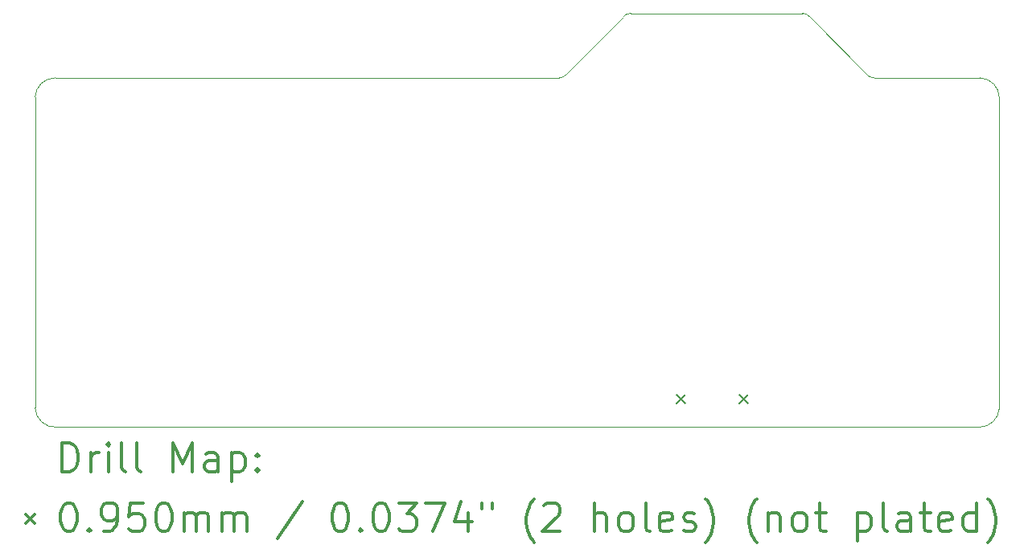
<source format=gbr>
%FSLAX45Y45*%
G04 Gerber Fmt 4.5, Leading zero omitted, Abs format (unit mm)*
G04 Created by KiCad (PCBNEW (5.1.10)-1) date 2022-02-22 01:12:00*
%MOMM*%
%LPD*%
G01*
G04 APERTURE LIST*
%TA.AperFunction,Profile*%
%ADD10C,0.050000*%
%TD*%
%ADD11C,0.200000*%
%ADD12C,0.300000*%
G04 APERTURE END LIST*
D10*
X14180820Y-2920000D02*
X15298058Y-2920000D01*
X14180820Y-2920102D02*
G75*
G02*
X14106000Y-2887000I0J101108D01*
G01*
X10936970Y-2888972D02*
G75*
G02*
X10864850Y-2920000I-72120J68302D01*
G01*
X11540515Y-2278120D02*
X10937000Y-2889000D01*
X13505180Y-2278132D02*
X14106000Y-2887000D01*
X11540515Y-2278120D02*
G75*
G02*
X11619230Y-2240000I78715J-62210D01*
G01*
X13426440Y-2240000D02*
G75*
G02*
X13505180Y-2278132I0J-100362D01*
G01*
X11619230Y-2240000D02*
X13426440Y-2240000D01*
X5573000Y-6600000D02*
G75*
G02*
X5350000Y-6392153I-10910J211847D01*
G01*
X5349963Y-3122928D02*
G75*
G02*
X5561855Y-2920000I211892J-9162D01*
G01*
X15298056Y-2920056D02*
G75*
G02*
X15500000Y-3132847I-10087J-211794D01*
G01*
X15499845Y-6400779D02*
G75*
G02*
X15288145Y-6600000I-211699J12869D01*
G01*
X5350000Y-6392153D02*
X5350000Y-3122930D01*
X15288145Y-6600000D02*
X5573000Y-6600000D01*
X15500000Y-3132847D02*
X15499845Y-6400779D01*
X5561855Y-2920000D02*
X10864850Y-2920000D01*
D11*
X12101500Y-6255440D02*
X12196500Y-6350440D01*
X12196500Y-6255440D02*
X12101500Y-6350440D01*
X12761500Y-6255440D02*
X12856500Y-6350440D01*
X12856500Y-6255440D02*
X12761500Y-6350440D01*
D12*
X5633891Y-7068495D02*
X5633891Y-6768495D01*
X5705320Y-6768495D01*
X5748177Y-6782781D01*
X5776748Y-6811352D01*
X5791034Y-6839923D01*
X5805320Y-6897066D01*
X5805320Y-6939923D01*
X5791034Y-6997066D01*
X5776748Y-7025638D01*
X5748177Y-7054209D01*
X5705320Y-7068495D01*
X5633891Y-7068495D01*
X5933891Y-7068495D02*
X5933891Y-6868495D01*
X5933891Y-6925638D02*
X5948177Y-6897066D01*
X5962462Y-6882781D01*
X5991034Y-6868495D01*
X6019605Y-6868495D01*
X6119605Y-7068495D02*
X6119605Y-6868495D01*
X6119605Y-6768495D02*
X6105320Y-6782781D01*
X6119605Y-6797066D01*
X6133891Y-6782781D01*
X6119605Y-6768495D01*
X6119605Y-6797066D01*
X6305320Y-7068495D02*
X6276748Y-7054209D01*
X6262462Y-7025638D01*
X6262462Y-6768495D01*
X6462462Y-7068495D02*
X6433891Y-7054209D01*
X6419605Y-7025638D01*
X6419605Y-6768495D01*
X6805320Y-7068495D02*
X6805320Y-6768495D01*
X6905320Y-6982781D01*
X7005320Y-6768495D01*
X7005320Y-7068495D01*
X7276748Y-7068495D02*
X7276748Y-6911352D01*
X7262462Y-6882781D01*
X7233891Y-6868495D01*
X7176748Y-6868495D01*
X7148177Y-6882781D01*
X7276748Y-7054209D02*
X7248177Y-7068495D01*
X7176748Y-7068495D01*
X7148177Y-7054209D01*
X7133891Y-7025638D01*
X7133891Y-6997066D01*
X7148177Y-6968495D01*
X7176748Y-6954209D01*
X7248177Y-6954209D01*
X7276748Y-6939923D01*
X7419605Y-6868495D02*
X7419605Y-7168495D01*
X7419605Y-6882781D02*
X7448177Y-6868495D01*
X7505320Y-6868495D01*
X7533891Y-6882781D01*
X7548177Y-6897066D01*
X7562462Y-6925638D01*
X7562462Y-7011352D01*
X7548177Y-7039923D01*
X7533891Y-7054209D01*
X7505320Y-7068495D01*
X7448177Y-7068495D01*
X7419605Y-7054209D01*
X7691034Y-7039923D02*
X7705320Y-7054209D01*
X7691034Y-7068495D01*
X7676748Y-7054209D01*
X7691034Y-7039923D01*
X7691034Y-7068495D01*
X7691034Y-6882781D02*
X7705320Y-6897066D01*
X7691034Y-6911352D01*
X7676748Y-6897066D01*
X7691034Y-6882781D01*
X7691034Y-6911352D01*
X5252463Y-7515281D02*
X5347463Y-7610281D01*
X5347463Y-7515281D02*
X5252463Y-7610281D01*
X5691034Y-7398495D02*
X5719605Y-7398495D01*
X5748177Y-7412781D01*
X5762462Y-7427066D01*
X5776748Y-7455638D01*
X5791034Y-7512781D01*
X5791034Y-7584209D01*
X5776748Y-7641352D01*
X5762462Y-7669923D01*
X5748177Y-7684209D01*
X5719605Y-7698495D01*
X5691034Y-7698495D01*
X5662462Y-7684209D01*
X5648177Y-7669923D01*
X5633891Y-7641352D01*
X5619605Y-7584209D01*
X5619605Y-7512781D01*
X5633891Y-7455638D01*
X5648177Y-7427066D01*
X5662462Y-7412781D01*
X5691034Y-7398495D01*
X5919605Y-7669923D02*
X5933891Y-7684209D01*
X5919605Y-7698495D01*
X5905320Y-7684209D01*
X5919605Y-7669923D01*
X5919605Y-7698495D01*
X6076748Y-7698495D02*
X6133891Y-7698495D01*
X6162462Y-7684209D01*
X6176748Y-7669923D01*
X6205320Y-7627066D01*
X6219605Y-7569923D01*
X6219605Y-7455638D01*
X6205320Y-7427066D01*
X6191034Y-7412781D01*
X6162462Y-7398495D01*
X6105320Y-7398495D01*
X6076748Y-7412781D01*
X6062462Y-7427066D01*
X6048177Y-7455638D01*
X6048177Y-7527066D01*
X6062462Y-7555638D01*
X6076748Y-7569923D01*
X6105320Y-7584209D01*
X6162462Y-7584209D01*
X6191034Y-7569923D01*
X6205320Y-7555638D01*
X6219605Y-7527066D01*
X6491034Y-7398495D02*
X6348177Y-7398495D01*
X6333891Y-7541352D01*
X6348177Y-7527066D01*
X6376748Y-7512781D01*
X6448177Y-7512781D01*
X6476748Y-7527066D01*
X6491034Y-7541352D01*
X6505320Y-7569923D01*
X6505320Y-7641352D01*
X6491034Y-7669923D01*
X6476748Y-7684209D01*
X6448177Y-7698495D01*
X6376748Y-7698495D01*
X6348177Y-7684209D01*
X6333891Y-7669923D01*
X6691034Y-7398495D02*
X6719605Y-7398495D01*
X6748177Y-7412781D01*
X6762462Y-7427066D01*
X6776748Y-7455638D01*
X6791034Y-7512781D01*
X6791034Y-7584209D01*
X6776748Y-7641352D01*
X6762462Y-7669923D01*
X6748177Y-7684209D01*
X6719605Y-7698495D01*
X6691034Y-7698495D01*
X6662462Y-7684209D01*
X6648177Y-7669923D01*
X6633891Y-7641352D01*
X6619605Y-7584209D01*
X6619605Y-7512781D01*
X6633891Y-7455638D01*
X6648177Y-7427066D01*
X6662462Y-7412781D01*
X6691034Y-7398495D01*
X6919605Y-7698495D02*
X6919605Y-7498495D01*
X6919605Y-7527066D02*
X6933891Y-7512781D01*
X6962462Y-7498495D01*
X7005320Y-7498495D01*
X7033891Y-7512781D01*
X7048177Y-7541352D01*
X7048177Y-7698495D01*
X7048177Y-7541352D02*
X7062462Y-7512781D01*
X7091034Y-7498495D01*
X7133891Y-7498495D01*
X7162462Y-7512781D01*
X7176748Y-7541352D01*
X7176748Y-7698495D01*
X7319605Y-7698495D02*
X7319605Y-7498495D01*
X7319605Y-7527066D02*
X7333891Y-7512781D01*
X7362462Y-7498495D01*
X7405320Y-7498495D01*
X7433891Y-7512781D01*
X7448177Y-7541352D01*
X7448177Y-7698495D01*
X7448177Y-7541352D02*
X7462462Y-7512781D01*
X7491034Y-7498495D01*
X7533891Y-7498495D01*
X7562462Y-7512781D01*
X7576748Y-7541352D01*
X7576748Y-7698495D01*
X8162462Y-7384209D02*
X7905320Y-7769923D01*
X8548177Y-7398495D02*
X8576748Y-7398495D01*
X8605320Y-7412781D01*
X8619605Y-7427066D01*
X8633891Y-7455638D01*
X8648177Y-7512781D01*
X8648177Y-7584209D01*
X8633891Y-7641352D01*
X8619605Y-7669923D01*
X8605320Y-7684209D01*
X8576748Y-7698495D01*
X8548177Y-7698495D01*
X8519605Y-7684209D01*
X8505320Y-7669923D01*
X8491034Y-7641352D01*
X8476748Y-7584209D01*
X8476748Y-7512781D01*
X8491034Y-7455638D01*
X8505320Y-7427066D01*
X8519605Y-7412781D01*
X8548177Y-7398495D01*
X8776748Y-7669923D02*
X8791034Y-7684209D01*
X8776748Y-7698495D01*
X8762463Y-7684209D01*
X8776748Y-7669923D01*
X8776748Y-7698495D01*
X8976748Y-7398495D02*
X9005320Y-7398495D01*
X9033891Y-7412781D01*
X9048177Y-7427066D01*
X9062463Y-7455638D01*
X9076748Y-7512781D01*
X9076748Y-7584209D01*
X9062463Y-7641352D01*
X9048177Y-7669923D01*
X9033891Y-7684209D01*
X9005320Y-7698495D01*
X8976748Y-7698495D01*
X8948177Y-7684209D01*
X8933891Y-7669923D01*
X8919605Y-7641352D01*
X8905320Y-7584209D01*
X8905320Y-7512781D01*
X8919605Y-7455638D01*
X8933891Y-7427066D01*
X8948177Y-7412781D01*
X8976748Y-7398495D01*
X9176748Y-7398495D02*
X9362463Y-7398495D01*
X9262463Y-7512781D01*
X9305320Y-7512781D01*
X9333891Y-7527066D01*
X9348177Y-7541352D01*
X9362463Y-7569923D01*
X9362463Y-7641352D01*
X9348177Y-7669923D01*
X9333891Y-7684209D01*
X9305320Y-7698495D01*
X9219605Y-7698495D01*
X9191034Y-7684209D01*
X9176748Y-7669923D01*
X9462463Y-7398495D02*
X9662463Y-7398495D01*
X9533891Y-7698495D01*
X9905320Y-7498495D02*
X9905320Y-7698495D01*
X9833891Y-7384209D02*
X9762463Y-7598495D01*
X9948177Y-7598495D01*
X10048177Y-7398495D02*
X10048177Y-7455638D01*
X10162463Y-7398495D02*
X10162463Y-7455638D01*
X10605320Y-7812781D02*
X10591034Y-7798495D01*
X10562463Y-7755638D01*
X10548177Y-7727066D01*
X10533891Y-7684209D01*
X10519605Y-7612781D01*
X10519605Y-7555638D01*
X10533891Y-7484209D01*
X10548177Y-7441352D01*
X10562463Y-7412781D01*
X10591034Y-7369923D01*
X10605320Y-7355638D01*
X10705320Y-7427066D02*
X10719605Y-7412781D01*
X10748177Y-7398495D01*
X10819605Y-7398495D01*
X10848177Y-7412781D01*
X10862463Y-7427066D01*
X10876748Y-7455638D01*
X10876748Y-7484209D01*
X10862463Y-7527066D01*
X10691034Y-7698495D01*
X10876748Y-7698495D01*
X11233891Y-7698495D02*
X11233891Y-7398495D01*
X11362462Y-7698495D02*
X11362462Y-7541352D01*
X11348177Y-7512781D01*
X11319605Y-7498495D01*
X11276748Y-7498495D01*
X11248177Y-7512781D01*
X11233891Y-7527066D01*
X11548177Y-7698495D02*
X11519605Y-7684209D01*
X11505320Y-7669923D01*
X11491034Y-7641352D01*
X11491034Y-7555638D01*
X11505320Y-7527066D01*
X11519605Y-7512781D01*
X11548177Y-7498495D01*
X11591034Y-7498495D01*
X11619605Y-7512781D01*
X11633891Y-7527066D01*
X11648177Y-7555638D01*
X11648177Y-7641352D01*
X11633891Y-7669923D01*
X11619605Y-7684209D01*
X11591034Y-7698495D01*
X11548177Y-7698495D01*
X11819605Y-7698495D02*
X11791034Y-7684209D01*
X11776748Y-7655638D01*
X11776748Y-7398495D01*
X12048177Y-7684209D02*
X12019605Y-7698495D01*
X11962462Y-7698495D01*
X11933891Y-7684209D01*
X11919605Y-7655638D01*
X11919605Y-7541352D01*
X11933891Y-7512781D01*
X11962462Y-7498495D01*
X12019605Y-7498495D01*
X12048177Y-7512781D01*
X12062462Y-7541352D01*
X12062462Y-7569923D01*
X11919605Y-7598495D01*
X12176748Y-7684209D02*
X12205320Y-7698495D01*
X12262462Y-7698495D01*
X12291034Y-7684209D01*
X12305320Y-7655638D01*
X12305320Y-7641352D01*
X12291034Y-7612781D01*
X12262462Y-7598495D01*
X12219605Y-7598495D01*
X12191034Y-7584209D01*
X12176748Y-7555638D01*
X12176748Y-7541352D01*
X12191034Y-7512781D01*
X12219605Y-7498495D01*
X12262462Y-7498495D01*
X12291034Y-7512781D01*
X12405320Y-7812781D02*
X12419605Y-7798495D01*
X12448177Y-7755638D01*
X12462462Y-7727066D01*
X12476748Y-7684209D01*
X12491034Y-7612781D01*
X12491034Y-7555638D01*
X12476748Y-7484209D01*
X12462462Y-7441352D01*
X12448177Y-7412781D01*
X12419605Y-7369923D01*
X12405320Y-7355638D01*
X12948177Y-7812781D02*
X12933891Y-7798495D01*
X12905320Y-7755638D01*
X12891034Y-7727066D01*
X12876748Y-7684209D01*
X12862462Y-7612781D01*
X12862462Y-7555638D01*
X12876748Y-7484209D01*
X12891034Y-7441352D01*
X12905320Y-7412781D01*
X12933891Y-7369923D01*
X12948177Y-7355638D01*
X13062462Y-7498495D02*
X13062462Y-7698495D01*
X13062462Y-7527066D02*
X13076748Y-7512781D01*
X13105320Y-7498495D01*
X13148177Y-7498495D01*
X13176748Y-7512781D01*
X13191034Y-7541352D01*
X13191034Y-7698495D01*
X13376748Y-7698495D02*
X13348177Y-7684209D01*
X13333891Y-7669923D01*
X13319605Y-7641352D01*
X13319605Y-7555638D01*
X13333891Y-7527066D01*
X13348177Y-7512781D01*
X13376748Y-7498495D01*
X13419605Y-7498495D01*
X13448177Y-7512781D01*
X13462462Y-7527066D01*
X13476748Y-7555638D01*
X13476748Y-7641352D01*
X13462462Y-7669923D01*
X13448177Y-7684209D01*
X13419605Y-7698495D01*
X13376748Y-7698495D01*
X13562462Y-7498495D02*
X13676748Y-7498495D01*
X13605320Y-7398495D02*
X13605320Y-7655638D01*
X13619605Y-7684209D01*
X13648177Y-7698495D01*
X13676748Y-7698495D01*
X14005320Y-7498495D02*
X14005320Y-7798495D01*
X14005320Y-7512781D02*
X14033891Y-7498495D01*
X14091034Y-7498495D01*
X14119605Y-7512781D01*
X14133891Y-7527066D01*
X14148177Y-7555638D01*
X14148177Y-7641352D01*
X14133891Y-7669923D01*
X14119605Y-7684209D01*
X14091034Y-7698495D01*
X14033891Y-7698495D01*
X14005320Y-7684209D01*
X14319605Y-7698495D02*
X14291034Y-7684209D01*
X14276748Y-7655638D01*
X14276748Y-7398495D01*
X14562462Y-7698495D02*
X14562462Y-7541352D01*
X14548177Y-7512781D01*
X14519605Y-7498495D01*
X14462462Y-7498495D01*
X14433891Y-7512781D01*
X14562462Y-7684209D02*
X14533891Y-7698495D01*
X14462462Y-7698495D01*
X14433891Y-7684209D01*
X14419605Y-7655638D01*
X14419605Y-7627066D01*
X14433891Y-7598495D01*
X14462462Y-7584209D01*
X14533891Y-7584209D01*
X14562462Y-7569923D01*
X14662462Y-7498495D02*
X14776748Y-7498495D01*
X14705320Y-7398495D02*
X14705320Y-7655638D01*
X14719605Y-7684209D01*
X14748177Y-7698495D01*
X14776748Y-7698495D01*
X14991034Y-7684209D02*
X14962462Y-7698495D01*
X14905320Y-7698495D01*
X14876748Y-7684209D01*
X14862462Y-7655638D01*
X14862462Y-7541352D01*
X14876748Y-7512781D01*
X14905320Y-7498495D01*
X14962462Y-7498495D01*
X14991034Y-7512781D01*
X15005320Y-7541352D01*
X15005320Y-7569923D01*
X14862462Y-7598495D01*
X15262462Y-7698495D02*
X15262462Y-7398495D01*
X15262462Y-7684209D02*
X15233891Y-7698495D01*
X15176748Y-7698495D01*
X15148177Y-7684209D01*
X15133891Y-7669923D01*
X15119605Y-7641352D01*
X15119605Y-7555638D01*
X15133891Y-7527066D01*
X15148177Y-7512781D01*
X15176748Y-7498495D01*
X15233891Y-7498495D01*
X15262462Y-7512781D01*
X15376748Y-7812781D02*
X15391034Y-7798495D01*
X15419605Y-7755638D01*
X15433891Y-7727066D01*
X15448177Y-7684209D01*
X15462462Y-7612781D01*
X15462462Y-7555638D01*
X15448177Y-7484209D01*
X15433891Y-7441352D01*
X15419605Y-7412781D01*
X15391034Y-7369923D01*
X15376748Y-7355638D01*
M02*

</source>
